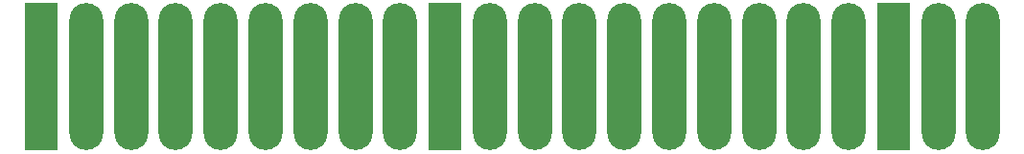
<source format=gbr>
%TF.GenerationSoftware,KiCad,Pcbnew,8.0.0*%
%TF.CreationDate,2024-03-04T10:44:03-06:00*%
%TF.ProjectId,controlSemaforicoMEga,636f6e74-726f-46c5-9365-6d61666f7269,rev?*%
%TF.SameCoordinates,PX4ef7d2aPY852b4f0*%
%TF.FileFunction,Paste,Top*%
%TF.FilePolarity,Positive*%
%FSLAX46Y46*%
G04 Gerber Fmt 4.6, Leading zero omitted, Abs format (unit mm)*
G04 Created by KiCad (PCBNEW 8.0.0) date 2024-03-04 10:44:03*
%MOMM*%
%LPD*%
G01*
G04 APERTURE LIST*
%ADD10R,3.000000X13.000000*%
%ADD11O,3.000000X13.000000*%
G04 APERTURE END LIST*
D10*
%TO.C,J2*%
X15900000Y700000D03*
D11*
X19860000Y700000D03*
X23820000Y700000D03*
X27780000Y700000D03*
X31740000Y700000D03*
X35700000Y700000D03*
X39660000Y700000D03*
X43620000Y700000D03*
X47580000Y700000D03*
D10*
X51540000Y700000D03*
D11*
X55500000Y700000D03*
X59460000Y700000D03*
X63420000Y700000D03*
X67379990Y700000D03*
X71339990Y700000D03*
X75299990Y700000D03*
X79259990Y700000D03*
X83219990Y700000D03*
X87179990Y700000D03*
D10*
X91139990Y700000D03*
D11*
X95099990Y700000D03*
X99059990Y700000D03*
%TD*%
M02*

</source>
